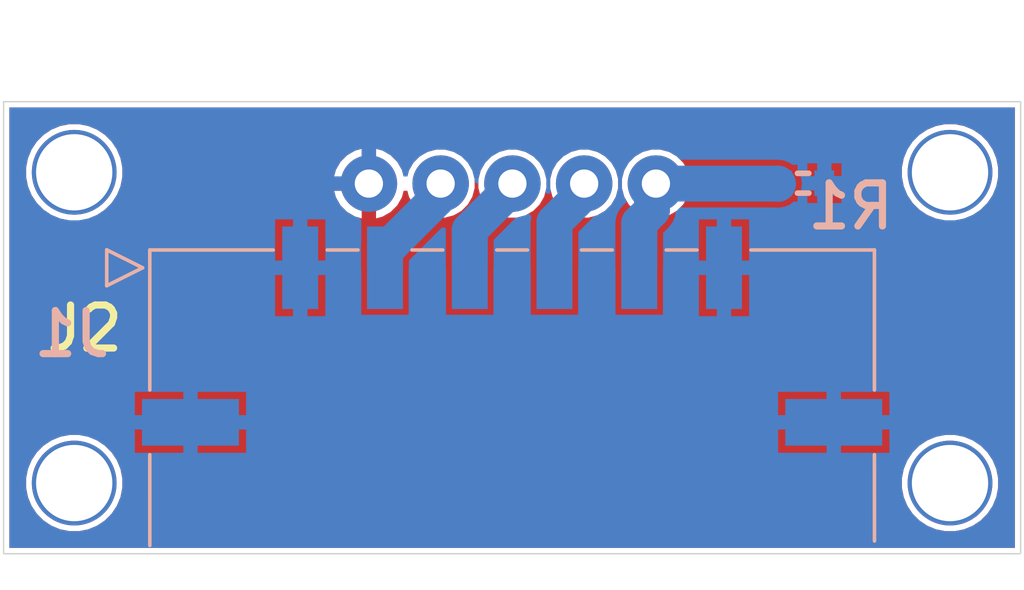
<source format=kicad_pcb>
(kicad_pcb (version 20221018) (generator pcbnew)
  (layers (0 "F.Cu" signal "Top Layer") (31 "B.Cu" signal "Bottom Layer") (34 "B.Paste" user "Bottom Paste") (35 "F.Paste" user "Top Paste") (36 "B.SilkS" user "Bottom Overlay") (37 "F.SilkS" user "Top Overlay") (38 "B.Mask" user "Bottom Solder") (39 "F.Mask" user "Top Solder") (44 "Edge.Cuts" user))
  (property "SHEETTOTAL" "1")
  (net 0 "")
  (net 1 "NetJ1_5")
  (net 2 "NetJ1_4")
  (net 3 "NetJ1_3")
  (net 4 "NetJ1_2")
  (net 5 "GND")
  (footprint "" (layer "F.Cu") (at 164.0011 110.5036)
    (fp_text reference "" (at 0 0) (layer "F.SilkS") (effects (font (size 1.27 1.27))))
    (fp_text value "" (at 0 0) (layer "F.SilkS") (effects (font (size 1.27 1.27))))
    (pad "2" thru_hole circle (at 0 0) (size 3 3) (drill 2.7) (layers "*.Cu" "*.Mask"))
  )
  (footprint "" (layer "F.Cu") (at 133.0011 110.5036)
    (fp_text reference "" (at 0 0) (layer "F.SilkS") (effects (font (size 1.27 1.27))))
    (fp_text value "" (at 0 0) (layer "F.SilkS") (effects (font (size 1.27 1.27))))
    (pad "2" thru_hole circle (at 0 0) (size 3 3) (drill 2.7) (layers "*.Cu" "*.Mask"))
  )
  (footprint "" (layer "F.Cu") (at 133.0011 99.5036)
    (fp_text reference "" (at 0 0) (layer "F.SilkS") (effects (font (size 1.27 1.27))))
    (fp_text value "" (at 0 0) (layer "F.SilkS") (effects (font (size 1.27 1.27))))
    (pad "2" thru_hole circle (at 0 0) (size 3 3) (drill 2.7) (layers "*.Cu" "*.Mask"))
  )
  (footprint "" (layer "F.Cu") (at 164.0011 99.5036)
    (fp_text reference "" (at 0 0) (layer "F.SilkS") (effects (font (size 1.27 1.27))))
    (fp_text value "" (at 0 0) (layer "F.SilkS") (effects (font (size 1.27 1.27))))
    (pad "2" thru_hole circle (at 0 0) (size 3 3) (drill 2.7) (layers "*.Cu" "*.Mask"))
  )
  (footprint "swarm_crawler_pcb.PcbLib:5413" (layer "F.Cu") (at 138.5011 102.0036)
    (fp_text reference "J2" (at -6.59544 3.92066 unlocked) (layer "F.SilkS") (effects (font (size 1.524 1.524) (thickness 0.254)) (justify left bottom)))
    (fp_text value "5413" hide)
    (pad "1" thru_hole circle (at 4.93 -2.1) (size 2 2) (drill 1) (layers "*.Cu" "*.Mask") (net 5 "GND"))
    (pad "2" thru_hole circle (at 7.47 -2.1) (size 2 2) (drill 1) (layers "*.Cu" "*.Mask") (net 4 "NetJ1_2"))
    (pad "3" thru_hole circle (at 10.01033 -2.1) (size 2 2) (drill 1) (layers "*.Cu" "*.Mask") (net 3 "NetJ1_3"))
    (pad "4" thru_hole circle (at 12.55 -2.1) (size 2 2) (drill 1) (layers "*.Cu" "*.Mask") (net 2 "NetJ1_4"))
    (pad "5" thru_hole circle (at 15.09 -2.1) (size 2 2) (drill 1) (layers "*.Cu" "*.Mask") (net 1 "NetJ1_5"))
  )
  (footprint "Miscellaneous Devices.IntLib:J1-0603" (layer "B.Cu") (at 158.80275 99.89054 180)
    (fp_text reference "R1" (at -3.33749 -1.71181 unlocked) (layer "B.SilkS") (effects (font (size 1.524 1.524) (thickness 0.254)) (justify left bottom mirror)))
    (fp_text value "Res3" hide)
    (fp_line (start 0.2 -0.35) (end -0.2 -0.35) (stroke (width 0.2)) (layer "B.SilkS"))
    (fp_line (start 0.2 0.35) (end -0.2 0.35) (stroke (width 0.2)) (layer "B.SilkS"))
    (pad "1" smd rect (at -0.75 0 90) (size 0.9 0.7) (layers "B.Cu" "B.Paste" "B.Mask") (net 5 "GND"))
    (pad "2" smd rect (at 0.75 0 90) (size 0.9 0.7) (layers "B.Cu" "B.Paste" "B.Mask") (net 1 "NetJ1_5"))
  )
  (footprint "swarm_crawler_pcb.PcbLib:CON_436500612" (layer "B.Cu") (at 148.5011 108.0036 180)
    (fp_text reference "J1" (at 14.11348 1.88264 unlocked) (layer "B.SilkS") (effects (font (size 1.524 1.524) (thickness 0.254)) (justify left bottom mirror)))
    (fp_text value "436500612" hide)
    (fp_line (start -12.82498 -1.49505) (end -12.82673 -4.55059) (stroke (width 0.127)) (layer "B.SilkS"))
    (fp_line (start -12.82498 0.79503) (end -12.82498 5.75) (stroke (width 0.127)) (layer "B.SilkS"))
    (fp_line (start -8.45504 5.75) (end -12.82498 5.75) (stroke (width 0.127)) (layer "B.SilkS"))
    (fp_line (start -5.45504 5.75) (end -6.54496 5.75) (stroke (width 0.127)) (layer "B.SilkS"))
    (fp_line (start -2.45504 5.75) (end -3.54496 5.75) (stroke (width 0.127)) (layer "B.SilkS"))
    (fp_line (start 0.54496 5.75) (end -0.54496 5.75) (stroke (width 0.127)) (layer "B.SilkS"))
    (fp_line (start 3.54496 5.75) (end 2.45504 5.75) (stroke (width 0.127)) (layer "B.SilkS"))
    (fp_line (start 6.54496 5.75) (end 5.45504 5.75) (stroke (width 0.127)) (layer "B.SilkS"))
    (fp_line (start 12.82498 -1.49505) (end 12.82401 -4.70911) (stroke (width 0.127)) (layer "B.SilkS"))
    (fp_line (start 12.82498 0.79503) (end 12.82498 5.75) (stroke (width 0.127)) (layer "B.SilkS"))
    (fp_line (start 12.82498 5.75) (end 8.45504 5.75) (stroke (width 0.127)) (layer "B.SilkS"))
    (fp_line (start 14.34898 4.485) (end 13.07898 5.12) (stroke (width 0.127)) (layer "B.SilkS"))
    (fp_line (start 14.34898 4.485) (end 14.34898 5.755) (stroke (width 0.127)) (layer "B.SilkS"))
    (fp_line (start 14.34898 5.755) (end 13.07898 5.12) (stroke (width 0.127)) (layer "B.SilkS"))
    (pad "1" smd rect (at 7.5 5.12 180) (size 1.27 2.92) (layers "B.Cu" "B.Paste" "B.Mask") (net 5 "GND"))
    (pad "2" smd rect (at 4.5 5.12 180) (size 1.27 2.92) (layers "B.Cu" "B.Paste" "B.Mask") (net 4 "NetJ1_2"))
    (pad "3" smd rect (at 1.5 5.12 180) (size 1.27 2.92) (layers "B.Cu" "B.Paste" "B.Mask") (net 3 "NetJ1_3"))
    (pad "4" smd rect (at -1.5 5.12 180) (size 1.27 2.92) (layers "B.Cu" "B.Paste" "B.Mask") (net 2 "NetJ1_4"))
    (pad "5" smd rect (at -4.5 5.12 180) (size 1.27 2.92) (layers "B.Cu" "B.Paste" "B.Mask") (net 1 "NetJ1_5"))
    (pad "6" smd rect (at -7.5 5.12 180) (size 1.27 2.92) (layers "B.Cu" "B.Paste" "B.Mask") (net 5 "GND"))
    (pad "P1" smd rect (at 11.385 -0.35001 180) (size 3.43 1.65) (layers "B.Cu" "B.Paste" "B.Mask") (net 5 "GND"))
    (pad "P2" smd rect (at -11.385 -0.35001 180) (size 3.43 1.65) (layers "B.Cu" "B.Paste" "B.Mask") (net 5 "GND"))
  )
  (gr_line (start 130.5011 113.0036) (end 130.5011 97.0036) (stroke (width 0.05)) (layer "Edge.Cuts"))
  (gr_line (start 130.5011 97.0036) (end 166.5011 97.0036) (stroke (width 0.05)) (layer "Edge.Cuts"))
  (gr_line (start 166.5011 113.0036) (end 130.5011 113.0036) (stroke (width 0.05)) (layer "Edge.Cuts"))
  (gr_line (start 166.5011 97.0036) (end 166.5011 113.0036) (stroke (width 0.05)) (layer "Edge.Cuts"))
  (segment (start 153.0011 101.29795) (end 153.45142 100.84763) (width 1.27) (layer "B.Cu") (net 1))
  (segment (start 153.5911 99.9036) (end 157.90497 99.9036) (width 1.27) (layer "B.Cu") (net 1))
  (segment (start 157.90497 99.9036) (end 157.91345 99.91208) (width 1.27) (layer "B.Cu") (net 1))
  (segment (start 153.45142 100.04327) (end 153.5911 99.9036) (width 1.27) (layer "B.Cu") (net 1))
  (segment (start 153.0011 102.8836) (end 153.0011 101.29795) (width 1.27) (layer "B.Cu") (net 1))
  (segment (start 153.45142 100.84763) (end 153.45142 100.04327) (width 1.27) (layer "B.Cu") (net 1))
  (segment (start 150.91142 100.35419) (end 150.91142 100.04327) (width 1.27) (layer "B.Cu") (net 2))
  (segment (start 150.91142 100.04327) (end 151.0511 99.9036) (width 1.27) (layer "B.Cu") (net 2))
  (segment (start 150.0011 102.8836) (end 150.0011 101.26451) (width 1.27) (layer "B.Cu") (net 2))
  (segment (start 150.0011 101.26451) (end 150.91142 100.35419) (width 1.27) (layer "B.Cu") (net 2))
  (segment (start 148.51143 100.03472) (end 148.51143 99.9036) (width 1.27) (layer "B.Cu") (net 3))
  (segment (start 147.0011 101.54505) (end 148.51143 100.03472) (width 1.27) (layer "B.Cu") (net 3))
  (segment (start 147.0011 102.8836) (end 147.0011 101.54505) (width 1.27) (layer "B.Cu") (net 3))
  (segment (start 144.22081 102.0586) (end 145.83142 100.44799) (width 1.27) (layer "B.Cu") (net 4))
  (segment (start 145.83142 100.44799) (end 145.83142 100.04327) (width 1.27) (layer "B.Cu") (net 4))
  (segment (start 144.0011 102.8836) (end 144.0011 102.0586) (width 1.27) (layer "B.Cu") (net 4))
  (segment (start 144.0011 102.0586) (end 144.22081 102.0586) (width 1.27) (layer "B.Cu") (net 4))
  (segment (start 145.83142 100.04327) (end 145.9711 99.9036) (width 1.27) (layer "B.Cu") (net 4))
  (zone (net 5) (net_name "GND") (layer "F.Cu") (connect_pads (clearance 0.508)) (min_thickness 0.25) (fill yes (thermal_gap 0.254) (thermal_bridge_width 0.254))
    (polygon (pts (xy 130.5011 113.0036) (xy 166.5011 113.0036) (xy 166.50109 97.0036) (xy 130.5011 97.00359)))
  )
  (zone (net 5) (net_name "GND") (layer "B.Cu") (priority 1) (connect_pads (clearance 0.508)) (min_thickness 0.25) (fill yes (thermal_gap 0.254) (thermal_bridge_width 0.254))
    (polygon (pts (xy 130.5011 113.0036) (xy 166.5011 113.0036) (xy 166.50109 97.0036) (xy 130.5011 97.00359)))
  )
)
</source>
